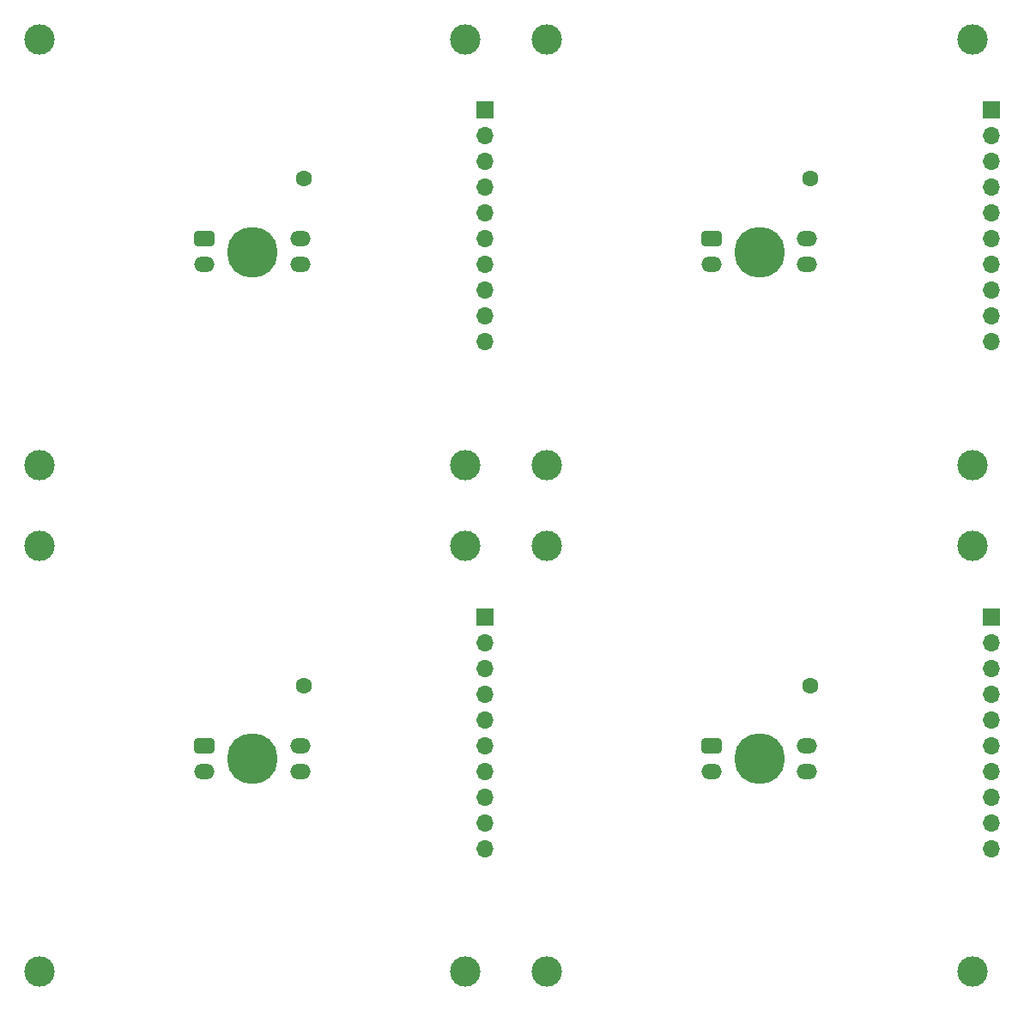
<source format=gbr>
%TF.GenerationSoftware,KiCad,Pcbnew,7.0.11+dfsg-1build4*%
%TF.CreationDate,2026-01-29T22:33:19-05:00*%
%TF.ProjectId,,58585858-5858-4585-9858-585858585858,rev?*%
%TF.SameCoordinates,Original*%
%TF.FileFunction,Soldermask,Bot*%
%TF.FilePolarity,Negative*%
%FSLAX46Y46*%
G04 Gerber Fmt 4.6, Leading zero omitted, Abs format (unit mm)*
G04 Created by KiCad (PCBNEW 7.0.11+dfsg-1build4) date 2026-01-29 22:33:19*
%MOMM*%
%LPD*%
G01*
G04 APERTURE LIST*
G04 Aperture macros list*
%AMRoundRect*
0 Rectangle with rounded corners*
0 $1 Rounding radius*
0 $2 $3 $4 $5 $6 $7 $8 $9 X,Y pos of 4 corners*
0 Add a 4 corners polygon primitive as box body*
4,1,4,$2,$3,$4,$5,$6,$7,$8,$9,$2,$3,0*
0 Add four circle primitives for the rounded corners*
1,1,$1+$1,$2,$3*
1,1,$1+$1,$4,$5*
1,1,$1+$1,$6,$7*
1,1,$1+$1,$8,$9*
0 Add four rect primitives between the rounded corners*
20,1,$1+$1,$2,$3,$4,$5,0*
20,1,$1+$1,$4,$5,$6,$7,0*
20,1,$1+$1,$6,$7,$8,$9,0*
20,1,$1+$1,$8,$9,$2,$3,0*%
G04 Aperture macros list end*
%ADD10C,3.000000*%
%ADD11R,1.700000X1.700000*%
%ADD12O,1.700000X1.700000*%
%ADD13C,1.600000*%
%ADD14RoundRect,0.340500X0.659500X-0.409500X0.659500X0.409500X-0.659500X0.409500X-0.659500X-0.409500X0*%
%ADD15O,2.000000X1.500000*%
%ADD16C,5.000000*%
G04 APERTURE END LIST*
D10*
%TO.C,MH1*%
X117170000Y-83485000D03*
%TD*%
%TO.C,MH4*%
X159170000Y-83485000D03*
%TD*%
D11*
%TO.C,J1*%
X161070000Y-90485000D03*
D12*
X161070000Y-93025000D03*
X161070000Y-95565000D03*
X161070000Y-98105000D03*
X161070000Y-100645000D03*
X161070000Y-103185000D03*
X161070000Y-105725000D03*
X161070000Y-108265000D03*
X161070000Y-110805000D03*
X161070000Y-113345000D03*
%TD*%
D10*
%TO.C,MH2*%
X117170000Y-125485000D03*
%TD*%
D13*
%TO.C,U1*%
X143215000Y-97255000D03*
D14*
X133440000Y-103185000D03*
D15*
X133440000Y-105725000D03*
X142890000Y-105725000D03*
X142890000Y-103185000D03*
%TD*%
D16*
%TO.C,REF\u002A\u002A*%
X138170000Y-104485000D03*
%TD*%
D10*
%TO.C,MH3*%
X159170000Y-125485000D03*
%TD*%
%TO.C,MH1*%
X67170000Y-83485000D03*
%TD*%
%TO.C,MH4*%
X109170000Y-83485000D03*
%TD*%
D11*
%TO.C,J1*%
X111070000Y-90485000D03*
D12*
X111070000Y-93025000D03*
X111070000Y-95565000D03*
X111070000Y-98105000D03*
X111070000Y-100645000D03*
X111070000Y-103185000D03*
X111070000Y-105725000D03*
X111070000Y-108265000D03*
X111070000Y-110805000D03*
X111070000Y-113345000D03*
%TD*%
D10*
%TO.C,MH2*%
X67170000Y-125485000D03*
%TD*%
D13*
%TO.C,U1*%
X93215000Y-97255000D03*
D14*
X83440000Y-103185000D03*
D15*
X83440000Y-105725000D03*
X92890000Y-105725000D03*
X92890000Y-103185000D03*
%TD*%
D16*
%TO.C,REF\u002A\u002A*%
X88170000Y-104485000D03*
%TD*%
D10*
%TO.C,MH3*%
X109170000Y-125485000D03*
%TD*%
%TO.C,MH1*%
X117170000Y-33485000D03*
%TD*%
%TO.C,MH4*%
X159170000Y-33485000D03*
%TD*%
D11*
%TO.C,J1*%
X161070000Y-40485000D03*
D12*
X161070000Y-43025000D03*
X161070000Y-45565000D03*
X161070000Y-48105000D03*
X161070000Y-50645000D03*
X161070000Y-53185000D03*
X161070000Y-55725000D03*
X161070000Y-58265000D03*
X161070000Y-60805000D03*
X161070000Y-63345000D03*
%TD*%
D10*
%TO.C,MH2*%
X117170000Y-75485000D03*
%TD*%
D13*
%TO.C,U1*%
X143215000Y-47255000D03*
D14*
X133440000Y-53185000D03*
D15*
X133440000Y-55725000D03*
X142890000Y-55725000D03*
X142890000Y-53185000D03*
%TD*%
D16*
%TO.C,REF\u002A\u002A*%
X138170000Y-54485000D03*
%TD*%
D10*
%TO.C,MH3*%
X159170000Y-75485000D03*
%TD*%
%TO.C,MH3*%
X109170000Y-75485000D03*
%TD*%
%TO.C,MH2*%
X67170000Y-75485000D03*
%TD*%
D11*
%TO.C,J1*%
X111070000Y-40485000D03*
D12*
X111070000Y-43025000D03*
X111070000Y-45565000D03*
X111070000Y-48105000D03*
X111070000Y-50645000D03*
X111070000Y-53185000D03*
X111070000Y-55725000D03*
X111070000Y-58265000D03*
X111070000Y-60805000D03*
X111070000Y-63345000D03*
%TD*%
D16*
%TO.C,REF\u002A\u002A*%
X88170000Y-54485000D03*
%TD*%
D13*
%TO.C,U1*%
X93215000Y-47255000D03*
D14*
X83440000Y-53185000D03*
D15*
X83440000Y-55725000D03*
X92890000Y-55725000D03*
X92890000Y-53185000D03*
%TD*%
D10*
%TO.C,MH4*%
X109170000Y-33485000D03*
%TD*%
%TO.C,MH1*%
X67170000Y-33485000D03*
%TD*%
M02*

</source>
